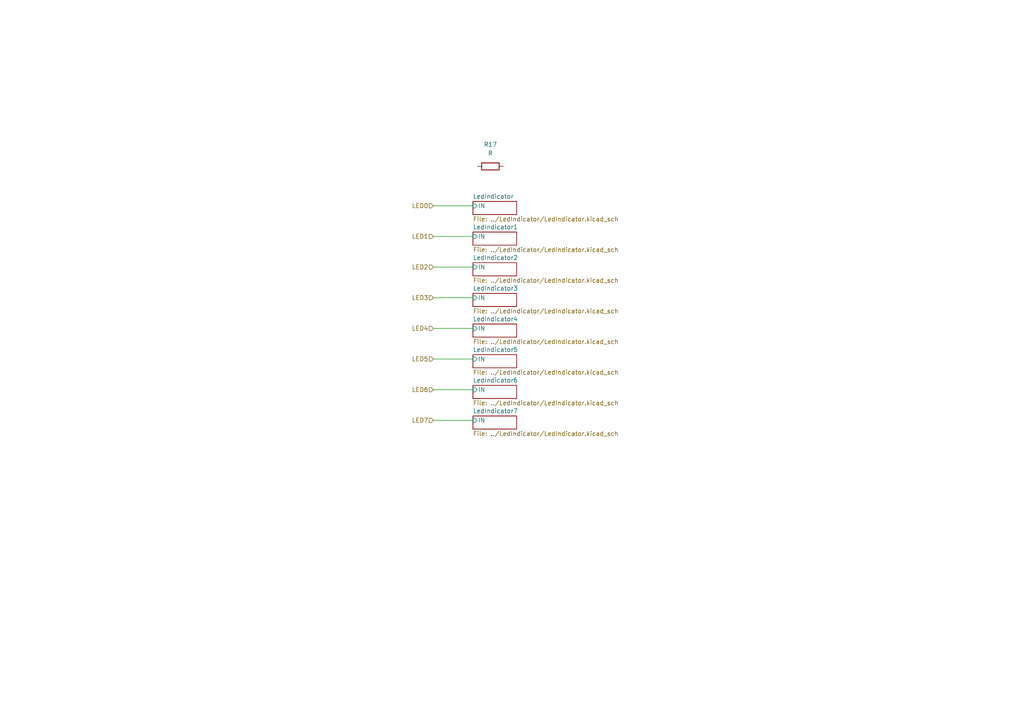
<source format=kicad_sch>
(kicad_sch (version 20231120) (generator "eeschema") (generator_version "8.0")
  (paper "A4")
  (lib_symbols
    (symbol "Device:R" (pin_numbers hide) (pin_names (offset 0))
      (property "Reference" "R" (at 2.032 0 90))
      (property "Value" "R" (at 0 0 90))
      (symbol "R_0_1"
        (rectangle (start -1.016 -2.54) (end 1.016 2.54) (stroke (width 0.254)))
      )
      (symbol "R_1_1"
        (pin passive line (at 0 3.81 270) (length 1.27) (name "~") (number "1"))
        (pin passive line (at 0 -3.81 90) (length 1.27) (name "~") (number "2"))
      )
    )
  )
  (wire (pts (xy 125.73 59.69) (xy 137.16 59.69)))
  (wire (pts (xy 125.73 68.58) (xy 137.16 68.58)))
  (wire (pts (xy 125.73 113.03) (xy 137.16 113.03)))
  (wire (pts (xy 125.73 95.25) (xy 137.16 95.25)))
  (wire (pts (xy 125.73 104.14) (xy 137.16 104.14)))
  (wire (pts (xy 125.73 77.47) (xy 137.16 77.47)))
  (wire (pts (xy 125.73 86.36) (xy 137.16 86.36)))
  (wire (pts (xy 125.73 121.92) (xy 137.16 121.92)))
  (hierarchical_label "LED6" (shape input) (at 125.73 113.03 180))
  (hierarchical_label "LED4" (shape input) (at 125.73 95.25 180))
  (hierarchical_label "LED2" (shape input) (at 125.73 77.47 180))
  (hierarchical_label "LED5" (shape input) (at 125.73 104.14 180))
  (hierarchical_label "LED0" (shape input) (at 125.73 59.69 180))
  (hierarchical_label "LED1" (shape input) (at 125.73 68.58 180))
  (hierarchical_label "LED3" (shape input) (at 125.73 86.36 180))
  (hierarchical_label "LED7" (shape input) (at 125.73 121.92 180))
  (symbol (lib_id "Device:R") (at 142.24 48.26 90) (unit 1)
    (property "Reference" "R17" (at 142.24 41.91 90))
    (property "Value" "R" (at 142.24 44.45 90))
    (property "Footprint" "Resistor_SMD:R_0805_2012Metric" (effects (hide yes)))
    (property "Description" "Resistor" (effects (hide yes)))
  )
  (sheet (at 137.16 76.2) (size 12.7 3.81) (stroke (width 0.1524))
    (property "Sheetname" "LedIndicator2" (at 137.16 75.4884 0) (effects (justify left bottom)))
    (property "Sheetfile" "../LedIndicator/LedIndicator.kicad_sch" (at 137.16 80.5946 0) (effects (justify left top)))
    (pin "IN" input (at 137.16 77.47 180))
  )
  (sheet (at 137.16 120.65) (size 12.7 3.81) (stroke (width 0.1524))
    (property "Sheetname" "LedIndicator7" (at 137.16 119.9384 0) (effects (justify left bottom)))
    (property "Sheetfile" "../LedIndicator/LedIndicator.kicad_sch" (at 137.16 125.0446 0) (effects (justify left top)))
    (pin "IN" input (at 137.16 121.92 180))
  )
  (sheet (at 137.16 85.09) (size 12.7 3.81) (stroke (width 0.1524))
    (property "Sheetname" "LedIndicator3" (at 137.16 84.3784 0) (effects (justify left bottom)))
    (property "Sheetfile" "../LedIndicator/LedIndicator.kicad_sch" (at 137.16 89.4846 0) (effects (justify left top)))
    (pin "IN" input (at 137.16 86.36 180))
  )
  (sheet (at 137.16 111.76) (size 12.7 3.81) (stroke (width 0.1524))
    (property "Sheetname" "LedIndicator6" (at 137.16 111.0484 0) (effects (justify left bottom)))
    (property "Sheetfile" "../LedIndicator/LedIndicator.kicad_sch" (at 137.16 116.1546 0) (effects (justify left top)))
    (pin "IN" input (at 137.16 113.03 180))
  )
  (sheet (at 137.16 67.31) (size 12.7 3.81) (stroke (width 0.1524))
    (property "Sheetname" "LedIndicator1" (at 137.16 66.5984 0) (effects (justify left bottom)))
    (property "Sheetfile" "../LedIndicator/LedIndicator.kicad_sch" (at 137.16 71.7046 0) (effects (justify left top)))
    (pin "IN" input (at 137.16 68.58 180))
  )
  (sheet (at 137.16 93.98) (size 12.7 3.81) (stroke (width 0.1524))
    (property "Sheetname" "LedIndicator4" (at 137.16 93.2684 0) (effects (justify left bottom)))
    (property "Sheetfile" "../LedIndicator/LedIndicator.kicad_sch" (at 137.16 98.3746 0) (effects (justify left top)))
    (pin "IN" input (at 137.16 95.25 180))
  )
  (sheet (at 137.16 58.42) (size 12.7 3.81) (stroke (width 0.1524))
    (property "Sheetname" "LedIndicator" (at 137.16 57.7084 0) (effects (justify left bottom)))
    (property "Sheetfile" "../LedIndicator/LedIndicator.kicad_sch" (at 137.16 62.8146 0) (effects (justify left top)))
    (pin "IN" input (at 137.16 59.69 180))
  )
  (sheet (at 137.16 102.87) (size 12.7 3.81) (stroke (width 0.1524))
    (property "Sheetname" "LedIndicator5" (at 137.16 102.1584 0) (effects (justify left bottom)))
    (property "Sheetfile" "../LedIndicator/LedIndicator.kicad_sch" (at 137.16 107.2646 0) (effects (justify left top)))
    (pin "IN" input (at 137.16 104.14 180))
  )
)
</source>
